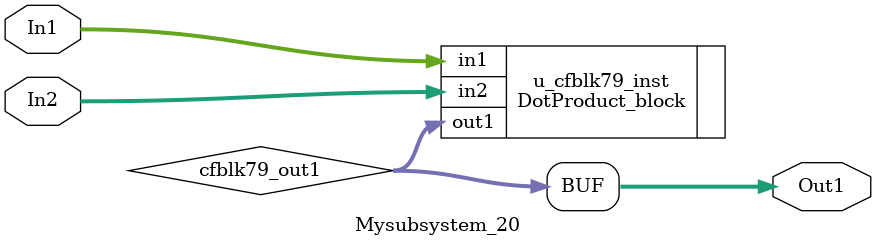
<source format=v>



`timescale 1 ns / 1 ns

module Mysubsystem_20
          (In1,
           In2,
           Out1);


  input   [7:0] In1;  // uint8
  input   [7:0] In2;  // uint8
  output  [15:0] Out1;  // uint16


  wire [15:0] cfblk79_out1;  // uint16


  DotProduct_block u_cfblk79_inst (.in1(In1),  // uint8
                                   .in2(In2),  // uint8
                                   .out1(cfblk79_out1)  // uint16
                                   );

  assign Out1 = cfblk79_out1;

endmodule  // Mysubsystem_20


</source>
